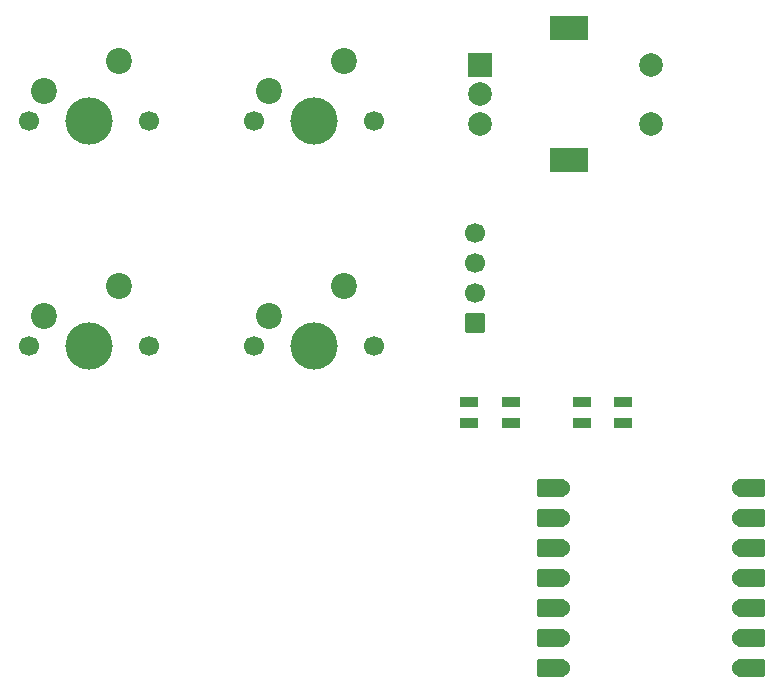
<source format=gbr>
%TF.GenerationSoftware,KiCad,Pcbnew,9.0.7*%
%TF.CreationDate,2026-02-10T21:25:41+00:00*%
%TF.ProjectId,micro discord board,6d696372-6f20-4646-9973-636f72642062,rev?*%
%TF.SameCoordinates,Original*%
%TF.FileFunction,Soldermask,Top*%
%TF.FilePolarity,Negative*%
%FSLAX46Y46*%
G04 Gerber Fmt 4.6, Leading zero omitted, Abs format (unit mm)*
G04 Created by KiCad (PCBNEW 9.0.7) date 2026-02-10 21:25:41*
%MOMM*%
%LPD*%
G01*
G04 APERTURE LIST*
G04 Aperture macros list*
%AMRoundRect*
0 Rectangle with rounded corners*
0 $1 Rounding radius*
0 $2 $3 $4 $5 $6 $7 $8 $9 X,Y pos of 4 corners*
0 Add a 4 corners polygon primitive as box body*
4,1,4,$2,$3,$4,$5,$6,$7,$8,$9,$2,$3,0*
0 Add four circle primitives for the rounded corners*
1,1,$1+$1,$2,$3*
1,1,$1+$1,$4,$5*
1,1,$1+$1,$6,$7*
1,1,$1+$1,$8,$9*
0 Add four rect primitives between the rounded corners*
20,1,$1+$1,$2,$3,$4,$5,0*
20,1,$1+$1,$4,$5,$6,$7,0*
20,1,$1+$1,$6,$7,$8,$9,0*
20,1,$1+$1,$8,$9,$2,$3,0*%
G04 Aperture macros list end*
%ADD10C,1.700000*%
%ADD11C,4.000000*%
%ADD12C,2.200000*%
%ADD13RoundRect,0.152400X-1.063600X-0.609600X1.063600X-0.609600X1.063600X0.609600X-1.063600X0.609600X0*%
%ADD14C,1.524000*%
%ADD15RoundRect,0.152400X1.063600X0.609600X-1.063600X0.609600X-1.063600X-0.609600X1.063600X-0.609600X0*%
%ADD16R,1.600000X0.850000*%
%ADD17RoundRect,0.170000X0.680000X-0.680000X0.680000X0.680000X-0.680000X0.680000X-0.680000X-0.680000X0*%
%ADD18R,2.000000X2.000000*%
%ADD19C,2.000000*%
%ADD20R,3.200000X2.000000*%
G04 APERTURE END LIST*
D10*
%TO.C,SW3*%
X80645000Y-66675000D03*
D11*
X85725000Y-66675000D03*
D10*
X90805000Y-66675000D03*
D12*
X88265000Y-61595000D03*
X81915000Y-64135000D03*
%TD*%
D13*
%TO.C,U1*%
X141805000Y-93980000D03*
D14*
X140970000Y-93980000D03*
D13*
X141805000Y-91440000D03*
D14*
X140970000Y-91440000D03*
D13*
X141805000Y-88900000D03*
D14*
X140970000Y-88900000D03*
D13*
X141805000Y-86360000D03*
D14*
X140970000Y-86360000D03*
D13*
X141805000Y-83820000D03*
D14*
X140970000Y-83820000D03*
D13*
X141805000Y-81280000D03*
D14*
X140970000Y-81280000D03*
D13*
X141805000Y-78740000D03*
D14*
X140970000Y-78740000D03*
X125730000Y-78740000D03*
D15*
X124895000Y-78740000D03*
D14*
X125730000Y-81280000D03*
D15*
X124895000Y-81280000D03*
D14*
X125730000Y-83820000D03*
D15*
X124895000Y-83820000D03*
D14*
X125730000Y-86360000D03*
D15*
X124895000Y-86360000D03*
D14*
X125730000Y-88900000D03*
D15*
X124895000Y-88900000D03*
D14*
X125730000Y-91440000D03*
D15*
X124895000Y-91440000D03*
D14*
X125730000Y-93980000D03*
D15*
X124895000Y-93980000D03*
%TD*%
D16*
%TO.C,D2*%
X127468750Y-71437500D03*
X127468750Y-73187500D03*
X130968750Y-73187500D03*
X130968750Y-71437500D03*
%TD*%
D17*
%TO.C,U2*%
X118390000Y-64770000D03*
D10*
X118390000Y-62230000D03*
X118390000Y-59690000D03*
X118390000Y-57150000D03*
%TD*%
%TO.C,SW4*%
X99695000Y-66675000D03*
D11*
X104775000Y-66675000D03*
D10*
X109855000Y-66675000D03*
D12*
X107315000Y-61595000D03*
X100965000Y-64135000D03*
%TD*%
D18*
%TO.C,SW5*%
X118850000Y-42862500D03*
D19*
X118850000Y-47862500D03*
X118850000Y-45362500D03*
D20*
X126350000Y-39762500D03*
X126350000Y-50962500D03*
D19*
X133350000Y-47862500D03*
X133350000Y-42862500D03*
%TD*%
D16*
%TO.C,D1*%
X117943750Y-71437500D03*
X117943750Y-73187500D03*
X121443750Y-73187500D03*
X121443750Y-71437500D03*
%TD*%
D10*
%TO.C,SW1*%
X80645000Y-47625000D03*
D11*
X85725000Y-47625000D03*
D10*
X90805000Y-47625000D03*
D12*
X88265000Y-42545000D03*
X81915000Y-45085000D03*
%TD*%
D10*
%TO.C,SW2*%
X99695000Y-47625000D03*
D11*
X104775000Y-47625000D03*
D10*
X109855000Y-47625000D03*
D12*
X107315000Y-42545000D03*
X100965000Y-45085000D03*
%TD*%
M02*

</source>
